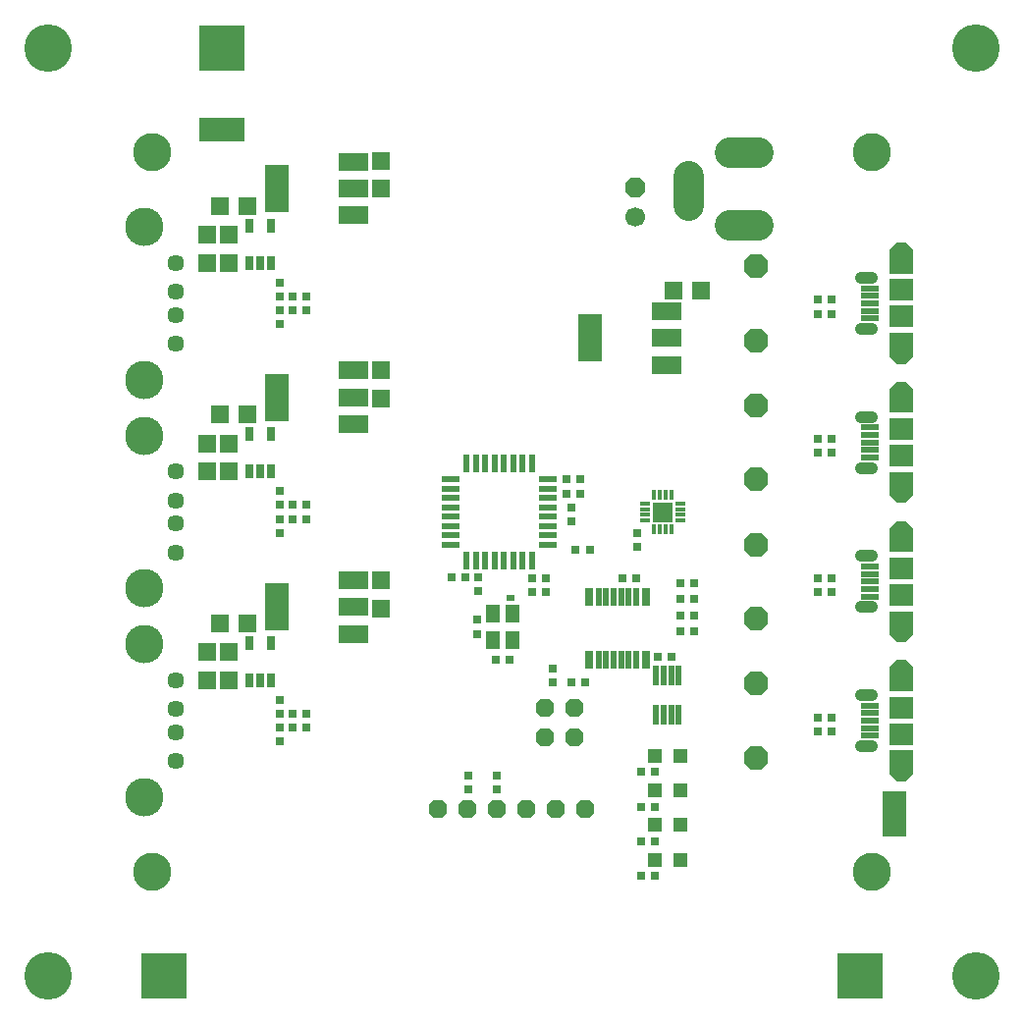
<source format=gts>
G75*
%MOIN*%
%OFA0B0*%
%FSLAX25Y25*%
%IPPOS*%
%LPD*%
%AMOC8*
5,1,8,0,0,1.08239X$1,22.5*
%
%ADD10C,0.16142*%
%ADD11R,0.02362X0.06299*%
%ADD12R,0.06299X0.02362*%
%ADD13R,0.07087X0.07087*%
%ADD14R,0.01575X0.03543*%
%ADD15R,0.03543X0.01575*%
%ADD16R,0.07874X0.07480*%
%ADD17R,0.07874X0.06693*%
%ADD18OC8,0.07874*%
%ADD19C,0.04134*%
%ADD20R,0.05906X0.01969*%
%ADD21R,0.02756X0.05118*%
%ADD22C,0.12992*%
%ADD23C,0.13055*%
%ADD24C,0.05709*%
%ADD25C,0.10236*%
%ADD26R,0.02756X0.05906*%
%ADD27R,0.01969X0.05906*%
%ADD28OC8,0.08071*%
%ADD29OC8,0.06299*%
%ADD30R,0.03150X0.03150*%
%ADD31R,0.05906X0.05906*%
%ADD32OC8,0.06694*%
%ADD33C,0.06694*%
%ADD34R,0.02165X0.06693*%
%ADD35R,0.05118X0.05118*%
%ADD36R,0.05118X0.05906*%
%ADD37R,0.09843X0.05906*%
%ADD38R,0.08268X0.16142*%
%ADD39C,0.04331*%
%ADD40R,0.15748X0.15748*%
%ADD41R,0.02756X0.01969*%
%ADD42R,0.08268X0.15354*%
%ADD43R,0.15354X0.08268*%
D10*
X0043113Y0048215D03*
X0043113Y0363176D03*
X0358073Y0363176D03*
X0358073Y0048215D03*
D11*
X0207286Y0189357D03*
X0204136Y0189357D03*
X0200987Y0189357D03*
X0197837Y0189357D03*
X0194688Y0189357D03*
X0191538Y0189357D03*
X0188388Y0189357D03*
X0185239Y0189357D03*
X0185239Y0222034D03*
X0188388Y0222034D03*
X0191538Y0222034D03*
X0194688Y0222034D03*
X0197837Y0222034D03*
X0200987Y0222034D03*
X0204136Y0222034D03*
X0207286Y0222034D03*
D12*
X0212601Y0216719D03*
X0212601Y0213570D03*
X0212601Y0210420D03*
X0212601Y0207270D03*
X0212601Y0204121D03*
X0212601Y0200971D03*
X0212601Y0197822D03*
X0212601Y0194672D03*
X0179924Y0194672D03*
X0179924Y0197822D03*
X0179924Y0200971D03*
X0179924Y0204121D03*
X0179924Y0207270D03*
X0179924Y0210420D03*
X0179924Y0213570D03*
X0179924Y0216719D03*
D13*
X0251774Y0205696D03*
D14*
X0250790Y0211601D03*
X0248822Y0211601D03*
X0252759Y0211601D03*
X0254727Y0211601D03*
X0254727Y0199790D03*
X0252759Y0199790D03*
X0250790Y0199790D03*
X0248822Y0199790D03*
D15*
X0245869Y0202743D03*
X0245869Y0204711D03*
X0245869Y0206680D03*
X0245869Y0208648D03*
X0257680Y0208648D03*
X0257680Y0206680D03*
X0257680Y0204711D03*
X0257680Y0202743D03*
D16*
X0332680Y0186601D03*
X0332680Y0177546D03*
X0332680Y0139357D03*
X0332680Y0130302D03*
X0332680Y0224790D03*
X0332680Y0233845D03*
X0332680Y0272034D03*
X0332680Y0281089D03*
D17*
X0332680Y0289948D03*
X0332680Y0263176D03*
X0332680Y0242703D03*
X0332680Y0215932D03*
X0332680Y0195459D03*
X0332680Y0168688D03*
X0332680Y0148215D03*
X0332680Y0121444D03*
D18*
X0332680Y0118294D03*
X0332680Y0151365D03*
X0332680Y0165538D03*
X0332680Y0198609D03*
X0332680Y0212782D03*
X0332680Y0245853D03*
X0332680Y0260026D03*
X0332680Y0293097D03*
D19*
X0322739Y0285223D02*
X0318999Y0285223D01*
X0318999Y0267900D02*
X0322739Y0267900D01*
X0322739Y0237979D02*
X0318999Y0237979D01*
X0318999Y0220656D02*
X0322739Y0220656D01*
X0322739Y0190735D02*
X0318999Y0190735D01*
X0318999Y0173412D02*
X0322739Y0173412D01*
X0322739Y0143491D02*
X0318999Y0143491D01*
X0318999Y0126168D02*
X0322739Y0126168D01*
D20*
X0322050Y0129711D03*
X0322050Y0132270D03*
X0322050Y0134829D03*
X0322050Y0137388D03*
X0322050Y0139948D03*
X0322050Y0176955D03*
X0322050Y0179514D03*
X0322050Y0182073D03*
X0322050Y0184633D03*
X0322050Y0187192D03*
X0322050Y0224199D03*
X0322050Y0226759D03*
X0322050Y0229318D03*
X0322050Y0231877D03*
X0322050Y0234436D03*
X0322050Y0271444D03*
X0322050Y0274003D03*
X0322050Y0276562D03*
X0322050Y0279121D03*
X0322050Y0281680D03*
D21*
X0118900Y0290341D03*
X0115160Y0290341D03*
X0111420Y0290341D03*
X0111420Y0302940D03*
X0118900Y0302940D03*
X0118900Y0232073D03*
X0111420Y0232073D03*
X0111420Y0219475D03*
X0115160Y0219475D03*
X0118900Y0219475D03*
X0118900Y0161207D03*
X0111420Y0161207D03*
X0111420Y0148609D03*
X0115160Y0148609D03*
X0118900Y0148609D03*
D22*
X0078546Y0083648D03*
X0078546Y0327743D03*
X0322640Y0327743D03*
X0322640Y0083648D03*
D23*
X0075790Y0108845D03*
X0075790Y0160814D03*
X0075790Y0179711D03*
X0075790Y0231680D03*
X0075790Y0250577D03*
X0075790Y0302546D03*
D24*
X0086420Y0290341D03*
X0086420Y0280499D03*
X0086420Y0272625D03*
X0086420Y0262782D03*
X0086420Y0219475D03*
X0086420Y0209633D03*
X0086420Y0201759D03*
X0086420Y0191916D03*
X0086420Y0148609D03*
X0086420Y0138766D03*
X0086420Y0130892D03*
X0086420Y0121050D03*
D25*
X0260436Y0310026D02*
X0260436Y0319869D01*
X0274412Y0327743D02*
X0284255Y0327743D01*
X0284255Y0303136D02*
X0274412Y0303136D01*
D26*
X0245967Y0176955D03*
X0226873Y0176955D03*
X0226873Y0155696D03*
X0245967Y0155696D03*
D27*
X0242818Y0155696D03*
X0240259Y0155696D03*
X0237699Y0155696D03*
X0235140Y0155696D03*
X0232581Y0155696D03*
X0230022Y0155696D03*
X0230022Y0176955D03*
X0232581Y0176955D03*
X0235140Y0176955D03*
X0237699Y0176955D03*
X0240259Y0176955D03*
X0242818Y0176955D03*
D28*
X0283270Y0169475D03*
X0283270Y0147428D03*
X0283270Y0122231D03*
X0283270Y0194672D03*
X0283270Y0216719D03*
X0283270Y0241916D03*
X0283270Y0263963D03*
X0283270Y0289160D03*
D29*
X0221853Y0139042D03*
X0221853Y0129042D03*
X0211617Y0129042D03*
X0211617Y0139042D03*
X0215593Y0105003D03*
X0225593Y0105003D03*
X0205593Y0105003D03*
X0195593Y0105003D03*
X0185593Y0105003D03*
X0175593Y0105003D03*
D30*
X0185633Y0111601D03*
X0185633Y0116325D03*
X0195475Y0116325D03*
X0195475Y0111601D03*
X0214373Y0147822D03*
X0214373Y0152546D03*
X0220672Y0147822D03*
X0225396Y0147822D03*
X0250199Y0156483D03*
X0254924Y0156483D03*
X0257680Y0165144D03*
X0262404Y0165144D03*
X0262404Y0170656D03*
X0257680Y0170656D03*
X0257680Y0176168D03*
X0262404Y0176168D03*
X0262404Y0181680D03*
X0257680Y0181680D03*
X0242719Y0183255D03*
X0237995Y0183255D03*
X0243113Y0193885D03*
X0243113Y0198609D03*
X0226971Y0192703D03*
X0222247Y0192703D03*
X0220672Y0202546D03*
X0220672Y0207270D03*
X0219097Y0211995D03*
X0219097Y0216719D03*
X0223822Y0216719D03*
X0223822Y0211995D03*
X0212010Y0183255D03*
X0207286Y0183255D03*
X0207286Y0178530D03*
X0212010Y0178530D03*
X0199806Y0155696D03*
X0195081Y0155696D03*
X0188782Y0164357D03*
X0188782Y0169081D03*
X0189176Y0178924D03*
X0189176Y0183648D03*
X0184845Y0183648D03*
X0180121Y0183648D03*
X0130908Y0203333D03*
X0126184Y0203333D03*
X0126184Y0208058D03*
X0130908Y0208058D03*
X0121853Y0208058D03*
X0121853Y0212782D03*
X0121853Y0203333D03*
X0121853Y0198609D03*
X0121853Y0141916D03*
X0121853Y0137192D03*
X0121853Y0132467D03*
X0126184Y0132467D03*
X0130908Y0132467D03*
X0130908Y0137192D03*
X0126184Y0137192D03*
X0121853Y0127743D03*
X0244294Y0117507D03*
X0249018Y0117507D03*
X0249018Y0105696D03*
X0244294Y0105696D03*
X0244294Y0093885D03*
X0249018Y0093885D03*
X0249018Y0082073D03*
X0244294Y0082073D03*
X0304530Y0131286D03*
X0304530Y0136010D03*
X0309255Y0136010D03*
X0309255Y0131286D03*
X0309255Y0178530D03*
X0309255Y0183255D03*
X0304530Y0183255D03*
X0304530Y0178530D03*
X0304530Y0225774D03*
X0304530Y0230499D03*
X0309255Y0230499D03*
X0309255Y0225774D03*
X0309255Y0273018D03*
X0309255Y0277743D03*
X0304530Y0277743D03*
X0304530Y0273018D03*
X0130908Y0274199D03*
X0126184Y0274199D03*
X0126184Y0278924D03*
X0130908Y0278924D03*
X0121853Y0278924D03*
X0121853Y0283648D03*
X0121853Y0274199D03*
X0121853Y0269475D03*
D31*
X0104530Y0290341D03*
X0097050Y0290341D03*
X0097050Y0299790D03*
X0104530Y0299790D03*
X0101381Y0309633D03*
X0110829Y0309633D03*
X0156105Y0315538D03*
X0156105Y0324987D03*
X0156105Y0253727D03*
X0156105Y0244278D03*
X0110829Y0238766D03*
X0101381Y0238766D03*
X0104530Y0228924D03*
X0097050Y0228924D03*
X0097050Y0219475D03*
X0104530Y0219475D03*
X0101381Y0167900D03*
X0104530Y0158058D03*
X0097050Y0158058D03*
X0097050Y0148609D03*
X0104530Y0148609D03*
X0110829Y0167900D03*
X0156105Y0173018D03*
X0156105Y0182467D03*
X0255318Y0280892D03*
X0264766Y0280892D03*
D32*
X0242325Y0315735D03*
D33*
X0242325Y0305892D03*
D34*
X0249510Y0150184D03*
X0252070Y0150184D03*
X0254629Y0150184D03*
X0257188Y0150184D03*
X0257188Y0136798D03*
X0254629Y0136798D03*
X0252070Y0136798D03*
X0249510Y0136798D03*
D35*
X0249018Y0123018D03*
X0257680Y0123018D03*
X0257680Y0111207D03*
X0249018Y0111207D03*
X0249018Y0099396D03*
X0257680Y0099396D03*
X0257680Y0087585D03*
X0249018Y0087585D03*
D36*
X0200790Y0162192D03*
X0194097Y0162192D03*
X0194097Y0171247D03*
X0200790Y0171247D03*
D37*
X0146656Y0173412D03*
X0146656Y0164357D03*
X0146656Y0182467D03*
X0146656Y0235617D03*
X0146656Y0244672D03*
X0146656Y0253727D03*
X0146656Y0306483D03*
X0146656Y0315538D03*
X0146656Y0324593D03*
X0252955Y0273806D03*
X0252955Y0264751D03*
X0252955Y0255696D03*
D38*
X0226971Y0264751D03*
X0120672Y0244672D03*
X0120672Y0315538D03*
X0120672Y0173412D03*
D39*
X0082483Y0048215D03*
X0318703Y0048215D03*
X0102168Y0363176D03*
D40*
X0102168Y0363176D03*
X0082483Y0048215D03*
X0318703Y0048215D03*
D41*
X0200199Y0176562D03*
D42*
X0330514Y0103333D03*
D43*
X0102168Y0335617D03*
M02*

</source>
